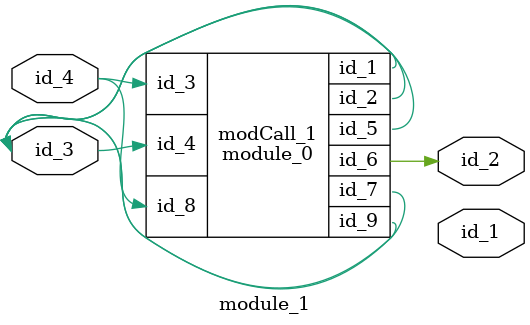
<source format=v>
module module_0 (
    id_1,
    id_2,
    id_3,
    id_4,
    id_5,
    id_6,
    id_7,
    id_8,
    id_9
);
  output wire id_9;
  input wire id_8;
  output wire id_7;
  output wire id_6;
  output wire id_5;
  input wire id_4;
  input wire id_3;
  inout wire id_2;
  inout wire id_1;
  wire id_10;
endmodule
module module_1 (
    id_1,
    id_2,
    id_3,
    id_4
);
  input wire id_4;
  inout wire id_3;
  output wire id_2;
  output wire id_1;
  module_0 modCall_1 (
      id_3,
      id_3,
      id_4,
      id_3,
      id_3,
      id_2,
      id_3,
      id_4,
      id_3
  );
endmodule

</source>
